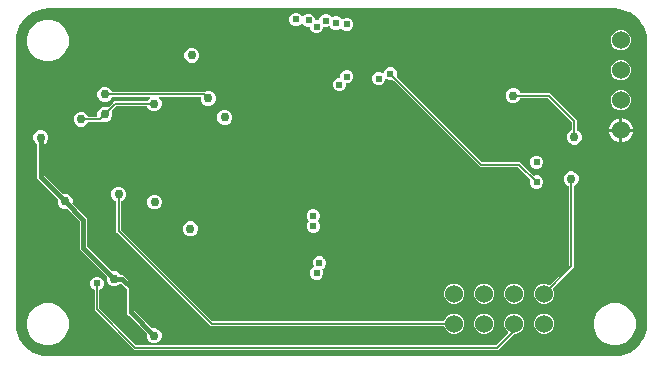
<source format=gbr>
G04 EAGLE Gerber RS-274X export*
G75*
%MOMM*%
%FSLAX34Y34*%
%LPD*%
%INCopper Layer 2*%
%IPPOS*%
%AMOC8*
5,1,8,0,0,1.08239X$1,22.5*%
G01*
%ADD10C,1.524000*%
%ADD11C,0.606400*%
%ADD12C,0.756400*%
%ADD13C,0.400000*%
%ADD14C,0.200000*%

G36*
X510022Y2767D02*
X510022Y2767D01*
X510050Y2765D01*
X514211Y3092D01*
X514260Y3105D01*
X514358Y3121D01*
X522274Y5693D01*
X522278Y5696D01*
X522284Y5697D01*
X522450Y5783D01*
X529184Y10676D01*
X529188Y10680D01*
X529193Y10682D01*
X529324Y10816D01*
X534217Y17550D01*
X534219Y17555D01*
X534223Y17559D01*
X534307Y17726D01*
X536879Y25642D01*
X536886Y25693D01*
X536908Y25789D01*
X537235Y29950D01*
X537233Y29972D01*
X537237Y30000D01*
X537237Y270000D01*
X537233Y270022D01*
X537235Y270050D01*
X536908Y274211D01*
X536895Y274260D01*
X536879Y274358D01*
X534307Y282274D01*
X534304Y282278D01*
X534303Y282284D01*
X534217Y282450D01*
X529324Y289184D01*
X529320Y289188D01*
X529318Y289193D01*
X529219Y289290D01*
X529197Y289314D01*
X529192Y289316D01*
X529184Y289324D01*
X522450Y294217D01*
X522445Y294219D01*
X522441Y294223D01*
X522274Y294307D01*
X514358Y296879D01*
X514308Y296886D01*
X514303Y296887D01*
X514255Y296903D01*
X514236Y296902D01*
X514211Y296908D01*
X510050Y297235D01*
X510028Y297233D01*
X510000Y297237D01*
X30000Y297237D01*
X29978Y297233D01*
X29950Y297235D01*
X25789Y296908D01*
X25740Y296895D01*
X25642Y296879D01*
X17726Y294307D01*
X17722Y294304D01*
X17716Y294303D01*
X17550Y294217D01*
X10816Y289324D01*
X10812Y289320D01*
X10807Y289318D01*
X10789Y289299D01*
X10774Y289290D01*
X10744Y289253D01*
X10676Y289184D01*
X5783Y282450D01*
X5781Y282445D01*
X5777Y282441D01*
X5693Y282274D01*
X3121Y274358D01*
X3114Y274307D01*
X3092Y274211D01*
X2765Y270050D01*
X2767Y270028D01*
X2763Y270000D01*
X2763Y30000D01*
X2767Y29978D01*
X2765Y29950D01*
X3092Y25789D01*
X3105Y25740D01*
X3121Y25642D01*
X5693Y17726D01*
X5696Y17722D01*
X5697Y17716D01*
X5783Y17550D01*
X10676Y10816D01*
X10680Y10812D01*
X10682Y10807D01*
X10816Y10676D01*
X17550Y5783D01*
X17555Y5781D01*
X17559Y5777D01*
X17726Y5693D01*
X25642Y3121D01*
X25693Y3114D01*
X25789Y3092D01*
X29950Y2765D01*
X29972Y2767D01*
X30000Y2763D01*
X510000Y2763D01*
X510022Y2767D01*
G37*
%LPC*%
G36*
X103165Y7983D02*
X103165Y7983D01*
X69483Y41665D01*
X69483Y58880D01*
X69474Y58933D01*
X69474Y58987D01*
X69454Y59043D01*
X69444Y59101D01*
X69416Y59147D01*
X69398Y59198D01*
X69359Y59243D01*
X69329Y59294D01*
X69287Y59328D01*
X69252Y59369D01*
X69191Y59406D01*
X69155Y59435D01*
X69126Y59445D01*
X69092Y59466D01*
X68343Y59776D01*
X66776Y61343D01*
X65927Y63391D01*
X65927Y65609D01*
X66776Y67657D01*
X68343Y69224D01*
X70391Y70073D01*
X72609Y70073D01*
X74657Y69224D01*
X76224Y67657D01*
X77073Y65609D01*
X77073Y63391D01*
X76224Y61343D01*
X74657Y59776D01*
X73908Y59466D01*
X73863Y59436D01*
X73813Y59416D01*
X73769Y59376D01*
X73719Y59345D01*
X73687Y59301D01*
X73647Y59265D01*
X73620Y59212D01*
X73585Y59165D01*
X73569Y59113D01*
X73544Y59065D01*
X73534Y58995D01*
X73521Y58950D01*
X73523Y58920D01*
X73517Y58880D01*
X73517Y43598D01*
X73524Y43556D01*
X73522Y43514D01*
X73544Y43447D01*
X73556Y43377D01*
X73578Y43341D01*
X73591Y43300D01*
X73645Y43228D01*
X73671Y43184D01*
X73687Y43171D01*
X73703Y43150D01*
X104650Y12203D01*
X104684Y12178D01*
X104713Y12147D01*
X104776Y12115D01*
X104834Y12074D01*
X104875Y12064D01*
X104913Y12044D01*
X105002Y12031D01*
X105051Y12018D01*
X105072Y12021D01*
X105098Y12017D01*
X408902Y12017D01*
X408944Y12024D01*
X408986Y12022D01*
X409053Y12044D01*
X409123Y12056D01*
X409159Y12078D01*
X409200Y12091D01*
X409272Y12145D01*
X409316Y12171D01*
X409329Y12187D01*
X409350Y12203D01*
X419608Y22460D01*
X419646Y22514D01*
X419691Y22562D01*
X419709Y22606D01*
X419736Y22644D01*
X419753Y22708D01*
X419778Y22769D01*
X419780Y22816D01*
X419792Y22862D01*
X419785Y22927D01*
X419788Y22993D01*
X419774Y23038D01*
X419769Y23085D01*
X419740Y23144D01*
X419720Y23207D01*
X419687Y23251D01*
X419670Y23286D01*
X419641Y23313D01*
X419608Y23357D01*
X417386Y25580D01*
X416090Y28707D01*
X416090Y32093D01*
X417386Y35220D01*
X419780Y37614D01*
X422907Y38910D01*
X426293Y38910D01*
X429420Y37614D01*
X431814Y35220D01*
X433110Y32093D01*
X433110Y28707D01*
X431814Y25580D01*
X429420Y23186D01*
X426293Y21890D01*
X425005Y21890D01*
X424963Y21883D01*
X424921Y21885D01*
X424854Y21863D01*
X424784Y21851D01*
X424748Y21829D01*
X424707Y21816D01*
X424634Y21762D01*
X424591Y21736D01*
X424578Y21720D01*
X424557Y21704D01*
X410835Y7983D01*
X103165Y7983D01*
G37*
%LPD*%
%LPC*%
G36*
X372107Y21890D02*
X372107Y21890D01*
X368980Y23186D01*
X366586Y25580D01*
X365587Y27992D01*
X365557Y28037D01*
X365537Y28087D01*
X365497Y28131D01*
X365466Y28181D01*
X365422Y28213D01*
X365386Y28253D01*
X365333Y28280D01*
X365286Y28315D01*
X365234Y28331D01*
X365186Y28356D01*
X365116Y28366D01*
X365071Y28379D01*
X365041Y28377D01*
X365001Y28383D01*
X167719Y28383D01*
X87983Y108119D01*
X87983Y133568D01*
X87974Y133621D01*
X87974Y133675D01*
X87954Y133731D01*
X87944Y133789D01*
X87916Y133835D01*
X87898Y133886D01*
X87859Y133931D01*
X87829Y133982D01*
X87787Y134016D01*
X87752Y134057D01*
X87691Y134094D01*
X87655Y134123D01*
X87626Y134133D01*
X87592Y134154D01*
X86418Y134640D01*
X84640Y136418D01*
X83677Y138742D01*
X83677Y141258D01*
X84640Y143582D01*
X86418Y145360D01*
X88742Y146323D01*
X91258Y146323D01*
X93582Y145360D01*
X95360Y143582D01*
X96323Y141258D01*
X96323Y138742D01*
X95360Y136418D01*
X93582Y134640D01*
X92408Y134154D01*
X92363Y134125D01*
X92313Y134104D01*
X92269Y134065D01*
X92219Y134033D01*
X92187Y133989D01*
X92147Y133953D01*
X92120Y133900D01*
X92085Y133853D01*
X92069Y133801D01*
X92044Y133753D01*
X92034Y133683D01*
X92021Y133638D01*
X92023Y133608D01*
X92017Y133568D01*
X92017Y110053D01*
X92024Y110011D01*
X92022Y109969D01*
X92044Y109902D01*
X92056Y109832D01*
X92078Y109796D01*
X92091Y109755D01*
X92145Y109682D01*
X92171Y109639D01*
X92187Y109626D01*
X92203Y109604D01*
X169204Y32603D01*
X169239Y32578D01*
X169268Y32547D01*
X169331Y32515D01*
X169389Y32474D01*
X169430Y32464D01*
X169468Y32444D01*
X169557Y32431D01*
X169606Y32418D01*
X169627Y32421D01*
X169653Y32417D01*
X365001Y32417D01*
X365054Y32426D01*
X365108Y32426D01*
X365164Y32446D01*
X365222Y32456D01*
X365268Y32484D01*
X365319Y32502D01*
X365364Y32541D01*
X365415Y32571D01*
X365449Y32613D01*
X365490Y32648D01*
X365527Y32709D01*
X365556Y32745D01*
X365566Y32774D01*
X365587Y32808D01*
X366586Y35220D01*
X368980Y37614D01*
X372107Y38910D01*
X375493Y38910D01*
X378620Y37614D01*
X381014Y35220D01*
X382310Y32093D01*
X382310Y28707D01*
X381014Y25580D01*
X378620Y23186D01*
X375493Y21890D01*
X372107Y21890D01*
G37*
%LPD*%
%LPC*%
G36*
X118742Y13677D02*
X118742Y13677D01*
X116418Y14640D01*
X114640Y16418D01*
X113677Y18742D01*
X113677Y21258D01*
X113749Y21431D01*
X113761Y21484D01*
X113782Y21534D01*
X113784Y21593D01*
X113797Y21650D01*
X113789Y21704D01*
X113792Y21758D01*
X113774Y21814D01*
X113765Y21872D01*
X113740Y21920D01*
X113723Y21971D01*
X113681Y22029D01*
X113659Y22070D01*
X113636Y22090D01*
X113612Y22122D01*
X98836Y36897D01*
X96883Y38850D01*
X96883Y59688D01*
X96876Y59730D01*
X96878Y59772D01*
X96856Y59839D01*
X96844Y59909D01*
X96822Y59945D01*
X96809Y59986D01*
X96755Y60058D01*
X96729Y60102D01*
X96713Y60115D01*
X96697Y60136D01*
X92086Y64748D01*
X92055Y64769D01*
X92037Y64789D01*
X92017Y64799D01*
X91984Y64830D01*
X91941Y64849D01*
X91902Y64876D01*
X91838Y64892D01*
X91778Y64918D01*
X91730Y64920D01*
X91685Y64932D01*
X91619Y64925D01*
X91553Y64928D01*
X91509Y64913D01*
X91462Y64908D01*
X91404Y64880D01*
X91403Y64880D01*
X91402Y64879D01*
X91340Y64859D01*
X91296Y64826D01*
X91260Y64809D01*
X91233Y64780D01*
X91229Y64777D01*
X91210Y64765D01*
X91204Y64758D01*
X91189Y64748D01*
X89582Y63140D01*
X87258Y62177D01*
X84742Y62177D01*
X82418Y63140D01*
X80640Y64918D01*
X79677Y67242D01*
X79677Y69758D01*
X79749Y69931D01*
X79761Y69984D01*
X79782Y70034D01*
X79784Y70093D01*
X79797Y70150D01*
X79789Y70204D01*
X79792Y70258D01*
X79774Y70314D01*
X79765Y70372D01*
X79740Y70420D01*
X79723Y70471D01*
X79681Y70529D01*
X79659Y70570D01*
X79636Y70590D01*
X79612Y70622D01*
X58936Y91297D01*
X56983Y93250D01*
X56983Y116888D01*
X56976Y116930D01*
X56978Y116972D01*
X56956Y117039D01*
X56944Y117109D01*
X56922Y117145D01*
X56909Y117186D01*
X56855Y117258D01*
X56829Y117302D01*
X56813Y117315D01*
X56797Y117336D01*
X46551Y127582D01*
X46507Y127613D01*
X46469Y127652D01*
X46416Y127677D01*
X46367Y127710D01*
X46315Y127724D01*
X46266Y127747D01*
X46207Y127752D01*
X46150Y127766D01*
X46096Y127761D01*
X46042Y127765D01*
X45973Y127748D01*
X45927Y127743D01*
X45899Y127730D01*
X45860Y127720D01*
X45758Y127677D01*
X43242Y127677D01*
X40918Y128640D01*
X39140Y130418D01*
X38177Y132742D01*
X38177Y135258D01*
X38249Y135431D01*
X38261Y135484D01*
X38282Y135534D01*
X38284Y135593D01*
X38297Y135650D01*
X38289Y135704D01*
X38292Y135758D01*
X38274Y135814D01*
X38265Y135872D01*
X38240Y135920D01*
X38223Y135971D01*
X38181Y136029D01*
X38159Y136070D01*
X38136Y136090D01*
X38112Y136122D01*
X22936Y151297D01*
X20983Y153250D01*
X20983Y181982D01*
X20974Y182035D01*
X20974Y182090D01*
X20954Y182145D01*
X20944Y182203D01*
X20916Y182250D01*
X20898Y182301D01*
X20859Y182345D01*
X20829Y182396D01*
X20787Y182430D01*
X20752Y182472D01*
X20691Y182508D01*
X20655Y182538D01*
X20626Y182547D01*
X20592Y182568D01*
X20418Y182640D01*
X18640Y184418D01*
X17677Y186742D01*
X17677Y189258D01*
X18640Y191582D01*
X20418Y193360D01*
X22742Y194323D01*
X25258Y194323D01*
X27582Y193360D01*
X29360Y191582D01*
X30323Y189258D01*
X30323Y186742D01*
X29360Y184418D01*
X27582Y182640D01*
X27408Y182568D01*
X27363Y182539D01*
X27313Y182518D01*
X27269Y182479D01*
X27219Y182447D01*
X27187Y182404D01*
X27147Y182367D01*
X27120Y182315D01*
X27085Y182268D01*
X27069Y182216D01*
X27044Y182167D01*
X27034Y182097D01*
X27021Y182053D01*
X27023Y182022D01*
X27017Y181982D01*
X27017Y156012D01*
X27024Y155970D01*
X27022Y155928D01*
X27044Y155861D01*
X27056Y155791D01*
X27078Y155755D01*
X27091Y155714D01*
X27145Y155642D01*
X27171Y155598D01*
X27187Y155585D01*
X27203Y155564D01*
X42378Y140388D01*
X42422Y140358D01*
X42460Y140319D01*
X42514Y140294D01*
X42562Y140260D01*
X42614Y140247D01*
X42664Y140224D01*
X42722Y140219D01*
X42779Y140204D01*
X42833Y140210D01*
X42887Y140206D01*
X42956Y140223D01*
X43002Y140228D01*
X43030Y140241D01*
X43069Y140251D01*
X43242Y140323D01*
X45758Y140323D01*
X48082Y139360D01*
X49860Y137582D01*
X50823Y135258D01*
X50823Y132742D01*
X50722Y132498D01*
X50710Y132445D01*
X50689Y132396D01*
X50686Y132337D01*
X50674Y132279D01*
X50681Y132226D01*
X50679Y132171D01*
X50697Y132115D01*
X50705Y132057D01*
X50731Y132009D01*
X50748Y131958D01*
X50790Y131901D01*
X50812Y131860D01*
X50835Y131840D01*
X50859Y131807D01*
X63017Y119650D01*
X63017Y96012D01*
X63024Y95970D01*
X63022Y95928D01*
X63044Y95861D01*
X63056Y95791D01*
X63078Y95755D01*
X63091Y95714D01*
X63126Y95667D01*
X63129Y95659D01*
X63143Y95644D01*
X63145Y95642D01*
X63171Y95598D01*
X63187Y95585D01*
X63203Y95564D01*
X83878Y74888D01*
X83922Y74858D01*
X83960Y74819D01*
X84014Y74794D01*
X84062Y74760D01*
X84114Y74747D01*
X84164Y74724D01*
X84222Y74719D01*
X84279Y74704D01*
X84333Y74710D01*
X84387Y74706D01*
X84456Y74723D01*
X84502Y74728D01*
X84530Y74741D01*
X84569Y74751D01*
X84742Y74823D01*
X87258Y74823D01*
X89582Y73860D01*
X91360Y72082D01*
X91432Y71908D01*
X91461Y71863D01*
X91482Y71813D01*
X91521Y71769D01*
X91553Y71719D01*
X91596Y71687D01*
X91633Y71647D01*
X91685Y71620D01*
X91732Y71585D01*
X91784Y71569D01*
X91833Y71544D01*
X91903Y71534D01*
X91947Y71521D01*
X91978Y71523D01*
X92018Y71517D01*
X93850Y71517D01*
X102917Y62450D01*
X102917Y41612D01*
X102924Y41570D01*
X102922Y41528D01*
X102944Y41461D01*
X102956Y41391D01*
X102978Y41355D01*
X102991Y41314D01*
X103045Y41242D01*
X103071Y41198D01*
X103087Y41185D01*
X103103Y41164D01*
X117878Y26388D01*
X117906Y26369D01*
X117914Y26360D01*
X117925Y26354D01*
X117960Y26319D01*
X118014Y26294D01*
X118062Y26260D01*
X118114Y26247D01*
X118164Y26224D01*
X118222Y26219D01*
X118279Y26204D01*
X118333Y26210D01*
X118387Y26206D01*
X118456Y26223D01*
X118502Y26228D01*
X118530Y26241D01*
X118569Y26251D01*
X118742Y26323D01*
X121258Y26323D01*
X123582Y25360D01*
X125360Y23582D01*
X126323Y21258D01*
X126323Y18742D01*
X125360Y16418D01*
X123582Y14640D01*
X121258Y13677D01*
X118742Y13677D01*
G37*
%LPD*%
%LPC*%
G36*
X56742Y197177D02*
X56742Y197177D01*
X54418Y198140D01*
X52640Y199918D01*
X51677Y202242D01*
X51677Y204758D01*
X52640Y207082D01*
X54418Y208860D01*
X56742Y209823D01*
X59258Y209823D01*
X61582Y208860D01*
X63360Y207082D01*
X63846Y205908D01*
X63875Y205863D01*
X63896Y205813D01*
X63935Y205769D01*
X63967Y205719D01*
X64011Y205687D01*
X64047Y205647D01*
X64100Y205620D01*
X64147Y205585D01*
X64199Y205569D01*
X64247Y205544D01*
X64317Y205534D01*
X64362Y205521D01*
X64392Y205523D01*
X64432Y205517D01*
X71270Y205517D01*
X71346Y205530D01*
X71424Y205536D01*
X71456Y205550D01*
X71491Y205556D01*
X71558Y205596D01*
X71628Y205628D01*
X71654Y205653D01*
X71684Y205671D01*
X71733Y205731D01*
X71788Y205785D01*
X71803Y205817D01*
X71825Y205845D01*
X71850Y205918D01*
X71883Y205988D01*
X71886Y206024D01*
X71897Y206057D01*
X71895Y206135D01*
X71901Y206212D01*
X71892Y206251D01*
X71891Y206282D01*
X71877Y206315D01*
X71877Y208858D01*
X72840Y211182D01*
X74618Y212960D01*
X76942Y213923D01*
X79458Y213923D01*
X80631Y213437D01*
X80684Y213425D01*
X80734Y213404D01*
X80793Y213401D01*
X80850Y213389D01*
X80904Y213396D01*
X80958Y213394D01*
X81014Y213412D01*
X81072Y213420D01*
X81120Y213446D01*
X81171Y213463D01*
X81229Y213505D01*
X81270Y213527D01*
X81290Y213550D01*
X81322Y213574D01*
X84898Y217150D01*
X86265Y218517D01*
X113568Y218517D01*
X113621Y218526D01*
X113675Y218526D01*
X113731Y218546D01*
X113789Y218556D01*
X113835Y218584D01*
X113886Y218602D01*
X113931Y218641D01*
X113982Y218671D01*
X114016Y218713D01*
X114057Y218748D01*
X114094Y218809D01*
X114123Y218845D01*
X114133Y218874D01*
X114154Y218908D01*
X114640Y220082D01*
X116059Y221501D01*
X116110Y221574D01*
X116166Y221643D01*
X116173Y221665D01*
X116187Y221685D01*
X116209Y221771D01*
X116238Y221855D01*
X116237Y221879D01*
X116243Y221902D01*
X116234Y221991D01*
X116231Y222080D01*
X116222Y222102D01*
X116220Y222125D01*
X116180Y222205D01*
X116147Y222287D01*
X116131Y222305D01*
X116120Y222326D01*
X116055Y222387D01*
X115995Y222453D01*
X115974Y222464D01*
X115957Y222480D01*
X115875Y222515D01*
X115796Y222556D01*
X115770Y222559D01*
X115750Y222568D01*
X115700Y222570D01*
X115610Y222583D01*
X84632Y222583D01*
X84579Y222574D01*
X84525Y222574D01*
X84469Y222554D01*
X84411Y222544D01*
X84365Y222516D01*
X84314Y222498D01*
X84269Y222459D01*
X84218Y222429D01*
X84184Y222387D01*
X84143Y222352D01*
X84106Y222291D01*
X84077Y222255D01*
X84067Y222226D01*
X84046Y222192D01*
X83560Y221018D01*
X81782Y219240D01*
X79458Y218277D01*
X76942Y218277D01*
X74618Y219240D01*
X72840Y221018D01*
X71877Y223342D01*
X71877Y225858D01*
X72840Y228182D01*
X74618Y229960D01*
X76942Y230923D01*
X79458Y230923D01*
X81782Y229960D01*
X83560Y228182D01*
X84046Y227008D01*
X84075Y226964D01*
X84081Y226949D01*
X84081Y226948D01*
X84096Y226913D01*
X84135Y226869D01*
X84167Y226819D01*
X84211Y226787D01*
X84247Y226747D01*
X84300Y226720D01*
X84347Y226685D01*
X84399Y226669D01*
X84447Y226644D01*
X84517Y226634D01*
X84562Y226621D01*
X84592Y226623D01*
X84632Y226617D01*
X162370Y226617D01*
X162401Y226622D01*
X162431Y226620D01*
X162546Y226648D01*
X162591Y226656D01*
X162600Y226662D01*
X162613Y226665D01*
X164442Y227423D01*
X166958Y227423D01*
X169282Y226460D01*
X171060Y224682D01*
X172023Y222358D01*
X172023Y219842D01*
X171060Y217518D01*
X169282Y215740D01*
X166958Y214777D01*
X164442Y214777D01*
X162118Y215740D01*
X160340Y217518D01*
X159377Y219842D01*
X159377Y221949D01*
X159366Y222014D01*
X159364Y222080D01*
X159346Y222123D01*
X159338Y222170D01*
X159304Y222227D01*
X159279Y222287D01*
X159248Y222322D01*
X159223Y222363D01*
X159172Y222405D01*
X159128Y222453D01*
X159086Y222475D01*
X159049Y222504D01*
X158987Y222525D01*
X158928Y222556D01*
X158874Y222564D01*
X158837Y222576D01*
X158797Y222575D01*
X158743Y222583D01*
X124390Y222583D01*
X124302Y222568D01*
X124213Y222558D01*
X124192Y222548D01*
X124169Y222544D01*
X124092Y222498D01*
X124012Y222459D01*
X123996Y222442D01*
X123976Y222429D01*
X123919Y222360D01*
X123858Y222296D01*
X123849Y222274D01*
X123834Y222255D01*
X123806Y222171D01*
X123771Y222089D01*
X123770Y222065D01*
X123762Y222043D01*
X123765Y221954D01*
X123761Y221865D01*
X123768Y221842D01*
X123769Y221818D01*
X123802Y221736D01*
X123830Y221651D01*
X123845Y221630D01*
X123853Y221611D01*
X123887Y221573D01*
X123941Y221501D01*
X125360Y220082D01*
X126323Y217758D01*
X126323Y215242D01*
X125360Y212918D01*
X123582Y211140D01*
X121258Y210177D01*
X118742Y210177D01*
X116418Y211140D01*
X114640Y212918D01*
X114154Y214092D01*
X114125Y214137D01*
X114104Y214187D01*
X114065Y214231D01*
X114033Y214281D01*
X113989Y214313D01*
X113953Y214353D01*
X113900Y214380D01*
X113853Y214415D01*
X113801Y214431D01*
X113753Y214456D01*
X113683Y214466D01*
X113638Y214479D01*
X113608Y214477D01*
X113568Y214483D01*
X88198Y214483D01*
X88156Y214476D01*
X88114Y214478D01*
X88047Y214456D01*
X87977Y214444D01*
X87941Y214422D01*
X87900Y214409D01*
X87827Y214355D01*
X87784Y214329D01*
X87771Y214313D01*
X87750Y214298D01*
X84174Y210722D01*
X84143Y210678D01*
X84105Y210640D01*
X84080Y210586D01*
X84046Y210538D01*
X84033Y210486D01*
X84010Y210436D01*
X84005Y210378D01*
X83990Y210321D01*
X83996Y210267D01*
X83991Y210213D01*
X84009Y210144D01*
X84013Y210098D01*
X84027Y210070D01*
X84037Y210031D01*
X84523Y208858D01*
X84523Y206342D01*
X83560Y204018D01*
X81782Y202240D01*
X79458Y201277D01*
X76942Y201277D01*
X75769Y201763D01*
X75716Y201775D01*
X75666Y201796D01*
X75607Y201799D01*
X75550Y201811D01*
X75496Y201804D01*
X75442Y201806D01*
X75386Y201788D01*
X75328Y201780D01*
X75280Y201754D01*
X75228Y201737D01*
X75171Y201695D01*
X75130Y201673D01*
X75110Y201650D01*
X75078Y201626D01*
X74935Y201483D01*
X64432Y201483D01*
X64379Y201474D01*
X64325Y201474D01*
X64269Y201454D01*
X64211Y201444D01*
X64165Y201416D01*
X64114Y201398D01*
X64069Y201359D01*
X64018Y201329D01*
X63984Y201287D01*
X63943Y201252D01*
X63906Y201191D01*
X63877Y201155D01*
X63867Y201126D01*
X63846Y201092D01*
X63360Y199918D01*
X61582Y198140D01*
X59258Y197177D01*
X56742Y197177D01*
G37*
%LPD*%
%LPC*%
G36*
X26519Y252499D02*
X26519Y252499D01*
X20087Y255164D01*
X15164Y260087D01*
X12499Y266519D01*
X12499Y273481D01*
X15164Y279913D01*
X20087Y284836D01*
X26519Y287501D01*
X33481Y287501D01*
X39913Y284836D01*
X44836Y279913D01*
X47501Y273481D01*
X47501Y266519D01*
X44836Y260087D01*
X39913Y255164D01*
X33481Y252499D01*
X26519Y252499D01*
G37*
%LPD*%
%LPC*%
G36*
X26519Y12499D02*
X26519Y12499D01*
X20087Y15164D01*
X15164Y20087D01*
X12499Y26519D01*
X12499Y33481D01*
X15164Y39913D01*
X20087Y44836D01*
X26519Y47501D01*
X33481Y47501D01*
X39913Y44836D01*
X44836Y39913D01*
X47501Y33481D01*
X47501Y26519D01*
X44836Y20087D01*
X39913Y15164D01*
X33481Y12499D01*
X26519Y12499D01*
G37*
%LPD*%
%LPC*%
G36*
X506519Y12499D02*
X506519Y12499D01*
X500087Y15164D01*
X495164Y20087D01*
X492499Y26519D01*
X492499Y33481D01*
X495164Y39913D01*
X500087Y44836D01*
X506519Y47501D01*
X513481Y47501D01*
X519913Y44836D01*
X524836Y39913D01*
X527501Y33481D01*
X527501Y26519D01*
X524836Y20087D01*
X519913Y15164D01*
X513481Y12499D01*
X506519Y12499D01*
G37*
%LPD*%
%LPC*%
G36*
X442547Y144727D02*
X442547Y144727D01*
X440499Y145576D01*
X438932Y147143D01*
X438083Y149191D01*
X438083Y151408D01*
X438393Y152157D01*
X438405Y152210D01*
X438426Y152260D01*
X438429Y152319D01*
X438441Y152376D01*
X438434Y152430D01*
X438436Y152484D01*
X438418Y152540D01*
X438410Y152598D01*
X438384Y152646D01*
X438367Y152697D01*
X438325Y152755D01*
X438303Y152796D01*
X438280Y152816D01*
X438256Y152848D01*
X428306Y162797D01*
X428272Y162822D01*
X428243Y162853D01*
X428180Y162885D01*
X428122Y162926D01*
X428081Y162936D01*
X428043Y162956D01*
X427954Y162969D01*
X427905Y162982D01*
X427884Y162979D01*
X427858Y162983D01*
X396065Y162983D01*
X394697Y164350D01*
X322448Y236600D01*
X322404Y236631D01*
X322366Y236669D01*
X322312Y236694D01*
X322264Y236728D01*
X322211Y236741D01*
X322162Y236764D01*
X322104Y236769D01*
X322047Y236784D01*
X321993Y236778D01*
X321939Y236783D01*
X321870Y236765D01*
X321823Y236761D01*
X321796Y236747D01*
X321757Y236737D01*
X321008Y236427D01*
X318791Y236427D01*
X316730Y237281D01*
X316724Y237285D01*
X316706Y237305D01*
X316673Y237322D01*
X316613Y237370D01*
X316591Y237378D01*
X316571Y237392D01*
X316485Y237414D01*
X316401Y237442D01*
X316377Y237442D01*
X316354Y237448D01*
X316265Y237438D01*
X316176Y237436D01*
X316155Y237427D01*
X316131Y237424D01*
X316051Y237385D01*
X315969Y237351D01*
X315951Y237335D01*
X315930Y237325D01*
X315869Y237260D01*
X315803Y237200D01*
X315792Y237179D01*
X315776Y237162D01*
X315754Y237110D01*
X315752Y237107D01*
X315747Y237093D01*
X315741Y237080D01*
X315700Y237000D01*
X315697Y236974D01*
X315688Y236955D01*
X315687Y236915D01*
X315680Y236895D01*
X315681Y236867D01*
X315673Y236815D01*
X315673Y236791D01*
X314824Y234743D01*
X313257Y233176D01*
X311209Y232327D01*
X308991Y232327D01*
X306943Y233176D01*
X305376Y234743D01*
X304527Y236791D01*
X304527Y239009D01*
X305376Y241057D01*
X306943Y242624D01*
X308991Y243473D01*
X311209Y243473D01*
X313270Y242619D01*
X313318Y242586D01*
X313387Y242530D01*
X313409Y242522D01*
X313429Y242508D01*
X313515Y242486D01*
X313599Y242458D01*
X313623Y242458D01*
X313646Y242452D01*
X313735Y242462D01*
X313824Y242464D01*
X313845Y242473D01*
X313869Y242476D01*
X313949Y242515D01*
X314031Y242549D01*
X314049Y242565D01*
X314070Y242575D01*
X314131Y242640D01*
X314197Y242700D01*
X314208Y242721D01*
X314224Y242738D01*
X314259Y242820D01*
X314300Y242900D01*
X314303Y242926D01*
X314312Y242945D01*
X314314Y242995D01*
X314327Y243085D01*
X314327Y243109D01*
X315176Y245157D01*
X316743Y246724D01*
X318791Y247573D01*
X321009Y247573D01*
X323057Y246724D01*
X324624Y245157D01*
X325473Y243109D01*
X325473Y240892D01*
X325163Y240143D01*
X325151Y240090D01*
X325130Y240040D01*
X325127Y239981D01*
X325115Y239924D01*
X325122Y239870D01*
X325120Y239816D01*
X325138Y239760D01*
X325146Y239702D01*
X325172Y239654D01*
X325189Y239603D01*
X325231Y239545D01*
X325253Y239504D01*
X325276Y239484D01*
X325300Y239452D01*
X397550Y167203D01*
X397580Y167181D01*
X397596Y167164D01*
X397599Y167162D01*
X397613Y167147D01*
X397676Y167115D01*
X397734Y167074D01*
X397775Y167064D01*
X397813Y167044D01*
X397902Y167031D01*
X397951Y167018D01*
X397972Y167021D01*
X397998Y167017D01*
X429791Y167017D01*
X431159Y165650D01*
X441108Y155700D01*
X441152Y155669D01*
X441190Y155631D01*
X441244Y155606D01*
X441292Y155572D01*
X441345Y155559D01*
X441394Y155536D01*
X441452Y155531D01*
X441509Y155516D01*
X441563Y155522D01*
X441617Y155517D01*
X441686Y155535D01*
X441733Y155539D01*
X441760Y155553D01*
X441799Y155563D01*
X442548Y155873D01*
X444765Y155873D01*
X446813Y155024D01*
X448380Y153457D01*
X449229Y151409D01*
X449229Y149191D01*
X448380Y147143D01*
X446813Y145576D01*
X444765Y144727D01*
X442547Y144727D01*
G37*
%LPD*%
%LPC*%
G36*
X448307Y47290D02*
X448307Y47290D01*
X445180Y48586D01*
X442786Y50980D01*
X441490Y54107D01*
X441490Y57493D01*
X442786Y60620D01*
X445180Y63014D01*
X448307Y64310D01*
X451693Y64310D01*
X454105Y63311D01*
X454158Y63299D01*
X454208Y63278D01*
X454266Y63275D01*
X454324Y63263D01*
X454378Y63270D01*
X454432Y63268D01*
X454488Y63286D01*
X454546Y63294D01*
X454594Y63320D01*
X454645Y63337D01*
X454702Y63379D01*
X454743Y63401D01*
X454764Y63424D01*
X454796Y63448D01*
X470797Y79450D01*
X470822Y79484D01*
X470853Y79513D01*
X470885Y79576D01*
X470926Y79634D01*
X470936Y79675D01*
X470956Y79713D01*
X470969Y79802D01*
X470982Y79851D01*
X470979Y79872D01*
X470983Y79898D01*
X470983Y146568D01*
X470974Y146621D01*
X470974Y146675D01*
X470954Y146731D01*
X470944Y146789D01*
X470916Y146835D01*
X470898Y146886D01*
X470859Y146931D01*
X470829Y146982D01*
X470787Y147016D01*
X470752Y147057D01*
X470691Y147094D01*
X470655Y147123D01*
X470626Y147133D01*
X470592Y147154D01*
X469418Y147640D01*
X467640Y149418D01*
X466677Y151742D01*
X466677Y154258D01*
X467640Y156582D01*
X469418Y158360D01*
X471742Y159323D01*
X474258Y159323D01*
X476582Y158360D01*
X478360Y156582D01*
X479323Y154258D01*
X479323Y151742D01*
X478360Y149418D01*
X476582Y147640D01*
X475408Y147154D01*
X475363Y147125D01*
X475313Y147104D01*
X475269Y147065D01*
X475219Y147033D01*
X475187Y146989D01*
X475147Y146953D01*
X475120Y146900D01*
X475085Y146853D01*
X475069Y146801D01*
X475044Y146753D01*
X475034Y146683D01*
X475021Y146638D01*
X475023Y146608D01*
X475017Y146568D01*
X475017Y77965D01*
X457648Y60596D01*
X457617Y60552D01*
X457579Y60514D01*
X457554Y60460D01*
X457520Y60412D01*
X457507Y60359D01*
X457484Y60310D01*
X457479Y60252D01*
X457464Y60195D01*
X457470Y60141D01*
X457465Y60087D01*
X457482Y60018D01*
X457487Y59971D01*
X457501Y59944D01*
X457511Y59905D01*
X458510Y57493D01*
X458510Y54107D01*
X457214Y50980D01*
X454820Y48586D01*
X451693Y47290D01*
X448307Y47290D01*
G37*
%LPD*%
%LPC*%
G36*
X256399Y276127D02*
X256399Y276127D01*
X254351Y276976D01*
X252784Y278543D01*
X251935Y280591D01*
X251935Y281093D01*
X251924Y281158D01*
X251922Y281224D01*
X251904Y281267D01*
X251896Y281314D01*
X251862Y281371D01*
X251837Y281431D01*
X251806Y281466D01*
X251781Y281507D01*
X251730Y281549D01*
X251686Y281597D01*
X251644Y281619D01*
X251607Y281648D01*
X251545Y281669D01*
X251486Y281700D01*
X251432Y281708D01*
X251395Y281720D01*
X251355Y281719D01*
X251301Y281727D01*
X249491Y281727D01*
X247443Y282576D01*
X245876Y284143D01*
X245703Y284560D01*
X245661Y284625D01*
X245627Y284695D01*
X245601Y284719D01*
X245582Y284749D01*
X245520Y284795D01*
X245464Y284848D01*
X245431Y284862D01*
X245403Y284884D01*
X245328Y284906D01*
X245257Y284936D01*
X245222Y284937D01*
X245188Y284948D01*
X245110Y284942D01*
X245033Y284946D01*
X244999Y284935D01*
X244964Y284933D01*
X244893Y284901D01*
X244819Y284877D01*
X244787Y284853D01*
X244759Y284841D01*
X244726Y284808D01*
X244669Y284766D01*
X243153Y283250D01*
X241105Y282401D01*
X238887Y282401D01*
X236839Y283250D01*
X235272Y284817D01*
X234423Y286866D01*
X234423Y289083D01*
X235272Y291131D01*
X236839Y292698D01*
X238887Y293547D01*
X241105Y293547D01*
X243153Y292698D01*
X244720Y291131D01*
X244893Y290714D01*
X244935Y290649D01*
X244969Y290580D01*
X244995Y290555D01*
X245014Y290525D01*
X245076Y290479D01*
X245132Y290426D01*
X245165Y290412D01*
X245193Y290390D01*
X245268Y290368D01*
X245339Y290338D01*
X245374Y290337D01*
X245408Y290327D01*
X245486Y290332D01*
X245563Y290328D01*
X245597Y290339D01*
X245632Y290341D01*
X245703Y290373D01*
X245777Y290397D01*
X245809Y290421D01*
X245837Y290433D01*
X245870Y290466D01*
X245927Y290508D01*
X247443Y292024D01*
X249491Y292873D01*
X251709Y292873D01*
X253757Y292024D01*
X255324Y290457D01*
X256173Y288409D01*
X256173Y287907D01*
X256184Y287842D01*
X256186Y287776D01*
X256204Y287733D01*
X256212Y287686D01*
X256246Y287629D01*
X256271Y287569D01*
X256302Y287534D01*
X256327Y287493D01*
X256378Y287451D01*
X256422Y287403D01*
X256464Y287381D01*
X256501Y287352D01*
X256563Y287331D01*
X256622Y287300D01*
X256676Y287292D01*
X256713Y287280D01*
X256753Y287281D01*
X256807Y287273D01*
X258616Y287273D01*
X258857Y287173D01*
X258933Y287156D01*
X259006Y287132D01*
X259042Y287133D01*
X259076Y287125D01*
X259153Y287136D01*
X259231Y287138D01*
X259263Y287152D01*
X259299Y287157D01*
X259367Y287194D01*
X259438Y287223D01*
X259465Y287247D01*
X259496Y287263D01*
X259547Y287322D01*
X259604Y287374D01*
X259620Y287406D01*
X259644Y287432D01*
X259671Y287505D01*
X259707Y287574D01*
X259713Y287613D01*
X259723Y287642D01*
X259724Y287689D01*
X259734Y287759D01*
X259734Y288109D01*
X260583Y290157D01*
X262150Y291724D01*
X264198Y292573D01*
X266416Y292573D01*
X268464Y291724D01*
X270031Y290157D01*
X270047Y290118D01*
X270083Y290063D01*
X270110Y290003D01*
X270143Y289969D01*
X270169Y289929D01*
X270221Y289890D01*
X270267Y289843D01*
X270310Y289823D01*
X270348Y289794D01*
X270411Y289776D01*
X270471Y289748D01*
X270518Y289744D01*
X270563Y289730D01*
X270629Y289735D01*
X270694Y289729D01*
X270747Y289743D01*
X270787Y289745D01*
X270823Y289761D01*
X270876Y289775D01*
X272802Y290573D01*
X275020Y290573D01*
X277068Y289724D01*
X278657Y288135D01*
X278711Y288097D01*
X278759Y288052D01*
X278802Y288034D01*
X278841Y288007D01*
X278905Y287991D01*
X278966Y287965D01*
X279013Y287963D01*
X279058Y287951D01*
X279124Y287958D01*
X279190Y287955D01*
X279235Y287969D01*
X279282Y287974D01*
X279341Y288003D01*
X279403Y288023D01*
X279447Y288056D01*
X279483Y288074D01*
X279510Y288102D01*
X279554Y288135D01*
X279943Y288524D01*
X281991Y289373D01*
X284209Y289373D01*
X286257Y288524D01*
X287824Y286957D01*
X288673Y284909D01*
X288673Y282691D01*
X287824Y280643D01*
X286257Y279076D01*
X284209Y278227D01*
X281991Y278227D01*
X279943Y279076D01*
X278354Y280665D01*
X278300Y280703D01*
X278252Y280748D01*
X278209Y280766D01*
X278170Y280793D01*
X278106Y280809D01*
X278045Y280835D01*
X277998Y280837D01*
X277952Y280849D01*
X277887Y280842D01*
X277821Y280845D01*
X277776Y280831D01*
X277729Y280826D01*
X277670Y280797D01*
X277608Y280776D01*
X277564Y280744D01*
X277528Y280726D01*
X277501Y280698D01*
X277457Y280665D01*
X277068Y280276D01*
X275020Y279427D01*
X272802Y279427D01*
X270754Y280276D01*
X269187Y281843D01*
X269171Y281882D01*
X269135Y281937D01*
X269108Y281997D01*
X269075Y282031D01*
X269049Y282071D01*
X268997Y282110D01*
X268951Y282157D01*
X268908Y282177D01*
X268870Y282206D01*
X268807Y282224D01*
X268747Y282252D01*
X268700Y282256D01*
X268655Y282270D01*
X268589Y282265D01*
X268524Y282271D01*
X268471Y282257D01*
X268431Y282255D01*
X268395Y282239D01*
X268342Y282225D01*
X266416Y281427D01*
X264199Y281427D01*
X263958Y281527D01*
X263882Y281544D01*
X263809Y281568D01*
X263773Y281567D01*
X263739Y281575D01*
X263662Y281564D01*
X263584Y281562D01*
X263552Y281548D01*
X263516Y281543D01*
X263448Y281506D01*
X263377Y281477D01*
X263350Y281453D01*
X263319Y281437D01*
X263268Y281378D01*
X263211Y281326D01*
X263195Y281294D01*
X263171Y281268D01*
X263144Y281195D01*
X263108Y281126D01*
X263102Y281087D01*
X263092Y281058D01*
X263091Y281011D01*
X263081Y280941D01*
X263081Y280591D01*
X262232Y278543D01*
X260665Y276976D01*
X258617Y276127D01*
X256399Y276127D01*
G37*
%LPD*%
%LPC*%
G36*
X474342Y182077D02*
X474342Y182077D01*
X472018Y183040D01*
X470240Y184818D01*
X469277Y187142D01*
X469277Y189658D01*
X470240Y191982D01*
X472018Y193760D01*
X473192Y194246D01*
X473237Y194275D01*
X473287Y194296D01*
X473331Y194335D01*
X473381Y194367D01*
X473413Y194411D01*
X473453Y194447D01*
X473480Y194500D01*
X473515Y194547D01*
X473531Y194599D01*
X473556Y194647D01*
X473566Y194717D01*
X473579Y194762D01*
X473577Y194792D01*
X473583Y194832D01*
X473583Y200602D01*
X473576Y200644D01*
X473578Y200686D01*
X473556Y200753D01*
X473544Y200823D01*
X473522Y200859D01*
X473509Y200900D01*
X473455Y200972D01*
X473429Y201016D01*
X473413Y201029D01*
X473397Y201050D01*
X453150Y221297D01*
X453116Y221322D01*
X453087Y221353D01*
X453024Y221385D01*
X452966Y221426D01*
X452925Y221436D01*
X452887Y221456D01*
X452798Y221469D01*
X452749Y221482D01*
X452728Y221479D01*
X452702Y221483D01*
X430382Y221483D01*
X430329Y221474D01*
X430275Y221474D01*
X430219Y221454D01*
X430161Y221444D01*
X430115Y221416D01*
X430064Y221398D01*
X430019Y221359D01*
X429968Y221329D01*
X429934Y221287D01*
X429893Y221252D01*
X429856Y221191D01*
X429827Y221155D01*
X429817Y221126D01*
X429796Y221092D01*
X429310Y219918D01*
X427532Y218140D01*
X425208Y217177D01*
X422692Y217177D01*
X420368Y218140D01*
X418590Y219918D01*
X417627Y222242D01*
X417627Y224758D01*
X418590Y227082D01*
X420368Y228860D01*
X422692Y229823D01*
X425208Y229823D01*
X427532Y228860D01*
X429310Y227082D01*
X429796Y225908D01*
X429825Y225863D01*
X429846Y225813D01*
X429885Y225769D01*
X429917Y225719D01*
X429961Y225687D01*
X429997Y225647D01*
X430050Y225620D01*
X430097Y225585D01*
X430149Y225569D01*
X430197Y225544D01*
X430267Y225534D01*
X430312Y225521D01*
X430342Y225523D01*
X430382Y225517D01*
X454635Y225517D01*
X477617Y202535D01*
X477617Y194832D01*
X477626Y194779D01*
X477626Y194725D01*
X477646Y194669D01*
X477656Y194611D01*
X477684Y194565D01*
X477702Y194514D01*
X477741Y194469D01*
X477771Y194418D01*
X477813Y194384D01*
X477848Y194343D01*
X477909Y194306D01*
X477945Y194277D01*
X477974Y194267D01*
X478008Y194246D01*
X479182Y193760D01*
X480960Y191982D01*
X481923Y189658D01*
X481923Y187142D01*
X480960Y184818D01*
X479182Y183040D01*
X476858Y182077D01*
X474342Y182077D01*
G37*
%LPD*%
%LPC*%
G36*
X513407Y261790D02*
X513407Y261790D01*
X510280Y263086D01*
X507886Y265480D01*
X506590Y268607D01*
X506590Y271993D01*
X507886Y275120D01*
X510280Y277514D01*
X513407Y278810D01*
X516793Y278810D01*
X519920Y277514D01*
X522314Y275120D01*
X523610Y271993D01*
X523610Y268607D01*
X522314Y265480D01*
X519920Y263086D01*
X516793Y261790D01*
X513407Y261790D01*
G37*
%LPD*%
%LPC*%
G36*
X448307Y21890D02*
X448307Y21890D01*
X445180Y23186D01*
X442786Y25580D01*
X441490Y28707D01*
X441490Y32093D01*
X442786Y35220D01*
X445180Y37614D01*
X448307Y38910D01*
X451693Y38910D01*
X454820Y37614D01*
X457214Y35220D01*
X458510Y32093D01*
X458510Y28707D01*
X457214Y25580D01*
X454820Y23186D01*
X451693Y21890D01*
X448307Y21890D01*
G37*
%LPD*%
%LPC*%
G36*
X513407Y236390D02*
X513407Y236390D01*
X510280Y237686D01*
X507886Y240080D01*
X506590Y243207D01*
X506590Y246593D01*
X507886Y249720D01*
X510280Y252114D01*
X513407Y253410D01*
X516793Y253410D01*
X519920Y252114D01*
X522314Y249720D01*
X523610Y246593D01*
X523610Y243207D01*
X522314Y240080D01*
X519920Y237686D01*
X516793Y236390D01*
X513407Y236390D01*
G37*
%LPD*%
%LPC*%
G36*
X513407Y210990D02*
X513407Y210990D01*
X510280Y212286D01*
X507886Y214680D01*
X506590Y217807D01*
X506590Y221193D01*
X507886Y224320D01*
X510280Y226714D01*
X513407Y228010D01*
X516793Y228010D01*
X519920Y226714D01*
X522314Y224320D01*
X523610Y221193D01*
X523610Y217807D01*
X522314Y214680D01*
X519920Y212286D01*
X516793Y210990D01*
X513407Y210990D01*
G37*
%LPD*%
%LPC*%
G36*
X397507Y21890D02*
X397507Y21890D01*
X394380Y23186D01*
X391986Y25580D01*
X390690Y28707D01*
X390690Y32093D01*
X391986Y35220D01*
X394380Y37614D01*
X397507Y38910D01*
X400893Y38910D01*
X404020Y37614D01*
X406414Y35220D01*
X407710Y32093D01*
X407710Y28707D01*
X406414Y25580D01*
X404020Y23186D01*
X400893Y21890D01*
X397507Y21890D01*
G37*
%LPD*%
%LPC*%
G36*
X422907Y47290D02*
X422907Y47290D01*
X419780Y48586D01*
X417386Y50980D01*
X416090Y54107D01*
X416090Y57493D01*
X417386Y60620D01*
X419780Y63014D01*
X422907Y64310D01*
X426293Y64310D01*
X429420Y63014D01*
X431814Y60620D01*
X433110Y57493D01*
X433110Y54107D01*
X431814Y50980D01*
X429420Y48586D01*
X426293Y47290D01*
X422907Y47290D01*
G37*
%LPD*%
%LPC*%
G36*
X397507Y47290D02*
X397507Y47290D01*
X394380Y48586D01*
X391986Y50980D01*
X390690Y54107D01*
X390690Y57493D01*
X391986Y60620D01*
X394380Y63014D01*
X397507Y64310D01*
X400893Y64310D01*
X404020Y63014D01*
X406414Y60620D01*
X407710Y57493D01*
X407710Y54107D01*
X406414Y50980D01*
X404020Y48586D01*
X400893Y47290D01*
X397507Y47290D01*
G37*
%LPD*%
%LPC*%
G36*
X372107Y47290D02*
X372107Y47290D01*
X368980Y48586D01*
X366586Y50980D01*
X365290Y54107D01*
X365290Y57493D01*
X366586Y60620D01*
X368980Y63014D01*
X372107Y64310D01*
X375493Y64310D01*
X378620Y63014D01*
X381014Y60620D01*
X382310Y57493D01*
X382310Y54107D01*
X381014Y50980D01*
X378620Y48586D01*
X375493Y47290D01*
X372107Y47290D01*
G37*
%LPD*%
%LPC*%
G36*
X275687Y227127D02*
X275687Y227127D01*
X273639Y227976D01*
X272072Y229543D01*
X271223Y231591D01*
X271223Y233809D01*
X272072Y235857D01*
X273639Y237424D01*
X275687Y238273D01*
X276893Y238273D01*
X276958Y238284D01*
X277024Y238286D01*
X277067Y238304D01*
X277114Y238312D01*
X277171Y238346D01*
X277231Y238371D01*
X277266Y238402D01*
X277307Y238427D01*
X277349Y238478D01*
X277397Y238522D01*
X277419Y238564D01*
X277448Y238601D01*
X277469Y238663D01*
X277500Y238722D01*
X277508Y238776D01*
X277520Y238813D01*
X277519Y238853D01*
X277527Y238907D01*
X277527Y240709D01*
X278376Y242757D01*
X279943Y244324D01*
X281991Y245173D01*
X284209Y245173D01*
X286257Y244324D01*
X287824Y242757D01*
X288673Y240709D01*
X288673Y238491D01*
X287824Y236443D01*
X286257Y234876D01*
X284209Y234027D01*
X283003Y234027D01*
X282938Y234016D01*
X282872Y234014D01*
X282829Y233996D01*
X282782Y233988D01*
X282725Y233954D01*
X282665Y233929D01*
X282630Y233898D01*
X282589Y233873D01*
X282547Y233822D01*
X282499Y233778D01*
X282477Y233736D01*
X282448Y233699D01*
X282427Y233637D01*
X282396Y233578D01*
X282388Y233524D01*
X282376Y233487D01*
X282377Y233447D01*
X282369Y233393D01*
X282369Y231591D01*
X281520Y229543D01*
X279953Y227976D01*
X277905Y227127D01*
X275687Y227127D01*
G37*
%LPD*%
%LPC*%
G36*
X256491Y67727D02*
X256491Y67727D01*
X254443Y68576D01*
X252876Y70143D01*
X252027Y72191D01*
X252027Y74409D01*
X252876Y76457D01*
X254443Y78024D01*
X254574Y78079D01*
X254629Y78114D01*
X254690Y78141D01*
X254723Y78174D01*
X254763Y78200D01*
X254803Y78252D01*
X254849Y78298D01*
X254869Y78341D01*
X254898Y78379D01*
X254917Y78442D01*
X254944Y78502D01*
X254948Y78549D01*
X254962Y78594D01*
X254957Y78660D01*
X254963Y78725D01*
X254949Y78779D01*
X254947Y78818D01*
X254931Y78854D01*
X254917Y78907D01*
X254222Y80586D01*
X254222Y82803D01*
X255070Y84851D01*
X256638Y86419D01*
X258686Y87267D01*
X260903Y87267D01*
X262951Y86419D01*
X264519Y84851D01*
X265367Y82803D01*
X265367Y80586D01*
X264519Y78538D01*
X262951Y76970D01*
X262821Y76916D01*
X262765Y76881D01*
X262705Y76854D01*
X262674Y76823D01*
X262663Y76816D01*
X262660Y76813D01*
X262632Y76795D01*
X262592Y76742D01*
X262545Y76696D01*
X262525Y76653D01*
X262497Y76616D01*
X262478Y76553D01*
X262450Y76493D01*
X262446Y76446D01*
X262433Y76401D01*
X262437Y76335D01*
X262432Y76269D01*
X262445Y76216D01*
X262448Y76177D01*
X262464Y76141D01*
X262477Y76087D01*
X263173Y74409D01*
X263173Y72191D01*
X262324Y70143D01*
X260757Y68576D01*
X258709Y67727D01*
X256491Y67727D01*
G37*
%LPD*%
%LPC*%
G36*
X253626Y107323D02*
X253626Y107323D01*
X251578Y108172D01*
X250010Y109739D01*
X249162Y111787D01*
X249162Y114005D01*
X250010Y116053D01*
X250590Y116632D01*
X250627Y116686D01*
X250673Y116734D01*
X250691Y116778D01*
X250718Y116816D01*
X250734Y116880D01*
X250760Y116941D01*
X250762Y116988D01*
X250774Y117034D01*
X250767Y117099D01*
X250770Y117165D01*
X250756Y117210D01*
X250751Y117257D01*
X250721Y117316D01*
X250701Y117378D01*
X250669Y117423D01*
X250651Y117458D01*
X250623Y117485D01*
X250590Y117529D01*
X249776Y118343D01*
X248927Y120391D01*
X248927Y122609D01*
X249776Y124657D01*
X251343Y126224D01*
X253391Y127073D01*
X255609Y127073D01*
X257657Y126224D01*
X259224Y124657D01*
X260073Y122609D01*
X260073Y120391D01*
X259224Y118343D01*
X258645Y117764D01*
X258607Y117710D01*
X258562Y117662D01*
X258544Y117618D01*
X258517Y117580D01*
X258500Y117516D01*
X258475Y117455D01*
X258473Y117408D01*
X258461Y117362D01*
X258468Y117297D01*
X258465Y117231D01*
X258479Y117186D01*
X258484Y117139D01*
X258513Y117080D01*
X258533Y117018D01*
X258566Y116973D01*
X258583Y116938D01*
X258612Y116911D01*
X258645Y116867D01*
X259459Y116053D01*
X260307Y114005D01*
X260307Y111787D01*
X259459Y109739D01*
X257891Y108172D01*
X255843Y107323D01*
X253626Y107323D01*
G37*
%LPD*%
%LPC*%
G36*
X150642Y251377D02*
X150642Y251377D01*
X148318Y252340D01*
X146540Y254118D01*
X145577Y256442D01*
X145577Y258958D01*
X146540Y261282D01*
X148318Y263060D01*
X150642Y264023D01*
X153158Y264023D01*
X155482Y263060D01*
X157260Y261282D01*
X158223Y258958D01*
X158223Y256442D01*
X157260Y254118D01*
X155482Y252340D01*
X153158Y251377D01*
X150642Y251377D01*
G37*
%LPD*%
%LPC*%
G36*
X119042Y127077D02*
X119042Y127077D01*
X116718Y128040D01*
X114940Y129818D01*
X113977Y132142D01*
X113977Y134658D01*
X114940Y136982D01*
X116718Y138760D01*
X119042Y139723D01*
X121558Y139723D01*
X123882Y138760D01*
X125660Y136982D01*
X126623Y134658D01*
X126623Y132142D01*
X125660Y129818D01*
X123882Y128040D01*
X121558Y127077D01*
X119042Y127077D01*
G37*
%LPD*%
%LPC*%
G36*
X149342Y104277D02*
X149342Y104277D01*
X147018Y105240D01*
X145240Y107018D01*
X144277Y109342D01*
X144277Y111858D01*
X145240Y114182D01*
X147018Y115960D01*
X149342Y116923D01*
X151858Y116923D01*
X154182Y115960D01*
X155960Y114182D01*
X156923Y111858D01*
X156923Y109342D01*
X155960Y107018D01*
X154182Y105240D01*
X151858Y104277D01*
X149342Y104277D01*
G37*
%LPD*%
%LPC*%
G36*
X178442Y198677D02*
X178442Y198677D01*
X176118Y199640D01*
X174340Y201418D01*
X173377Y203742D01*
X173377Y206258D01*
X174340Y208582D01*
X176118Y210360D01*
X178442Y211323D01*
X180958Y211323D01*
X183282Y210360D01*
X185060Y208582D01*
X186023Y206258D01*
X186023Y203742D01*
X185060Y201418D01*
X183282Y199640D01*
X180958Y198677D01*
X178442Y198677D01*
G37*
%LPD*%
%LPC*%
G36*
X442691Y161605D02*
X442691Y161605D01*
X440643Y162454D01*
X439076Y164021D01*
X438227Y166069D01*
X438227Y168287D01*
X439076Y170335D01*
X440643Y171902D01*
X442691Y172751D01*
X444909Y172751D01*
X446957Y171902D01*
X448524Y170335D01*
X449373Y168287D01*
X449373Y166069D01*
X448524Y164021D01*
X446957Y162454D01*
X444909Y161605D01*
X442691Y161605D01*
G37*
%LPD*%
%LPC*%
G36*
X516369Y195369D02*
X516369Y195369D01*
X516369Y204186D01*
X517479Y204011D01*
X519000Y203516D01*
X520425Y202790D01*
X521719Y201850D01*
X522850Y200719D01*
X523790Y199425D01*
X524516Y198000D01*
X525011Y196479D01*
X525186Y195369D01*
X516369Y195369D01*
G37*
%LPD*%
%LPC*%
G36*
X505014Y195369D02*
X505014Y195369D01*
X505189Y196479D01*
X505684Y198000D01*
X506410Y199425D01*
X507350Y200719D01*
X508481Y201850D01*
X509775Y202790D01*
X511200Y203516D01*
X512721Y204011D01*
X513831Y204186D01*
X513831Y195369D01*
X505014Y195369D01*
G37*
%LPD*%
%LPC*%
G36*
X516369Y192831D02*
X516369Y192831D01*
X525186Y192831D01*
X525011Y191721D01*
X524516Y190200D01*
X523790Y188775D01*
X522850Y187481D01*
X521719Y186350D01*
X520425Y185410D01*
X519000Y184684D01*
X517479Y184189D01*
X516369Y184014D01*
X516369Y192831D01*
G37*
%LPD*%
%LPC*%
G36*
X512721Y184189D02*
X512721Y184189D01*
X511200Y184684D01*
X509775Y185410D01*
X508481Y186350D01*
X507350Y187481D01*
X506410Y188775D01*
X505684Y190200D01*
X505189Y191721D01*
X505014Y192831D01*
X513831Y192831D01*
X513831Y184014D01*
X512721Y184189D01*
G37*
%LPD*%
%LPC*%
G36*
X515099Y194099D02*
X515099Y194099D01*
X515099Y194101D01*
X515101Y194101D01*
X515101Y194099D01*
X515099Y194099D01*
G37*
%LPD*%
D10*
X515100Y194100D03*
X515100Y219500D03*
X515100Y244900D03*
X515100Y270300D03*
X373800Y30400D03*
X373800Y55800D03*
X399200Y30400D03*
X399200Y55800D03*
X424600Y30400D03*
X424600Y55800D03*
X450000Y30400D03*
X450000Y55800D03*
D11*
X255400Y104300D03*
X254200Y130600D03*
X265600Y88100D03*
X246500Y49300D03*
X269400Y239600D03*
X289400Y233700D03*
X171200Y44300D03*
X321600Y44300D03*
X276500Y49200D03*
X216500Y49100D03*
D12*
X427100Y173900D03*
X427100Y153900D03*
X350000Y190000D03*
X373900Y224500D03*
X352900Y224400D03*
X395000Y224700D03*
X338200Y168800D03*
X398000Y91200D03*
X101800Y86800D03*
X13300Y134000D03*
X7200Y151700D03*
X179600Y174300D03*
X201300Y173000D03*
X155400Y181500D03*
X145200Y199000D03*
X150200Y238100D03*
X151900Y286800D03*
X86700Y49400D03*
X58400Y79400D03*
X172600Y287000D03*
X202300Y237300D03*
X98600Y233900D03*
X76000Y177000D03*
X90000Y177000D03*
X76000Y162000D03*
X90000Y162000D03*
X119500Y245300D03*
X46200Y111200D03*
X461500Y122700D03*
X383300Y136200D03*
X357000Y275000D03*
X387000Y275000D03*
D11*
X293000Y283500D03*
D12*
X44500Y134000D03*
D13*
X24000Y154500D01*
X24000Y188000D01*
D12*
X24000Y188000D03*
X120000Y20000D03*
D13*
X99900Y40100D01*
X99900Y61200D01*
X92600Y68500D01*
X86000Y68500D01*
D12*
X86000Y68500D03*
D13*
X60000Y94500D01*
X60000Y118400D01*
X44500Y133900D02*
X44500Y134000D01*
X44500Y133900D02*
X60000Y118400D01*
D12*
X150600Y110600D03*
X151900Y257700D03*
X90000Y140000D03*
D14*
X90000Y108955D01*
X168555Y30400D01*
X373800Y30400D01*
D12*
X78200Y224600D03*
D14*
X162200Y224600D01*
X165700Y221100D01*
D12*
X165700Y221100D03*
X58000Y203500D03*
D14*
X74100Y203500D01*
X78200Y207600D01*
D12*
X78200Y207600D03*
D14*
X87100Y216500D01*
X120000Y216500D01*
D12*
X120000Y216500D03*
X179700Y205000D03*
X120300Y133400D03*
X473000Y153000D03*
D11*
X310100Y237900D03*
X443800Y167178D03*
D14*
X473000Y153000D02*
X473000Y78800D01*
X450000Y55800D01*
D11*
X319900Y242000D03*
D14*
X396900Y165000D01*
X428956Y165000D02*
X443656Y150300D01*
D11*
X443656Y150300D03*
D14*
X428956Y165000D02*
X396900Y165000D01*
D11*
X257508Y281700D03*
X254500Y121500D03*
X254735Y112896D03*
X265307Y287000D03*
X276796Y232700D03*
X273911Y285000D03*
X283100Y239600D03*
X283100Y283800D03*
X257600Y73300D03*
X239996Y287974D03*
X259795Y81695D03*
X250600Y287300D03*
D12*
X475600Y188400D03*
D14*
X475600Y201700D01*
X453800Y223500D02*
X423950Y223500D01*
D12*
X423950Y223500D03*
D14*
X453800Y223500D02*
X475600Y201700D01*
D11*
X71500Y64500D03*
D14*
X71500Y42500D01*
X104000Y10000D02*
X410000Y10000D01*
X424600Y24600D01*
X424600Y30400D01*
X104000Y10000D02*
X71500Y42500D01*
M02*

</source>
